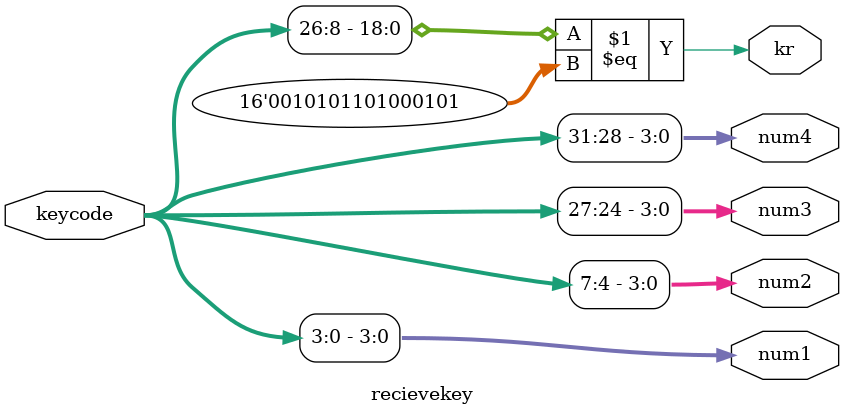
<source format=v>
`timescale 1ns / 1ps


`timescale 1ns / 1ps
//////////////////////////////////////////////////////////////////////////////////
// Company: 
// Engineer: 
// 
// Create Date: 10/24/2023 09:20:46 AM
// Design Name: 
// Module Name: revievekey_test_mod
// Project Name: 
// Target Devices: 
// Tool Versions: 
// Description: 
// 
// Dependencies: 
// 
// Revision:
// Revision 0.01 - File Created
// Additional Comments:
// 
//////////////////////////////////////////////////////////////////////////////////


module recievekey(

input [31:0] keycode,
output [3:0] num1, //first digit reading right to left
output [3:0] num2, // second digit reading right to left
output [3:0] num3,// first digit of "a" (previous number) reading right to left
output [3:0] num4, // second digit reading right to left
output kr
    );

reg[8:0] key_up_down;

assign num1 [3:0] = keycode[3:0];    
assign num2 [3:0] = keycode[7:4];
assign num3 [3:0] = keycode[27:24];
assign num4 [3:0] = keycode[31:28];

assign kr = (keycode[26:8]==16'b0010101101000101);

endmodule

</source>
